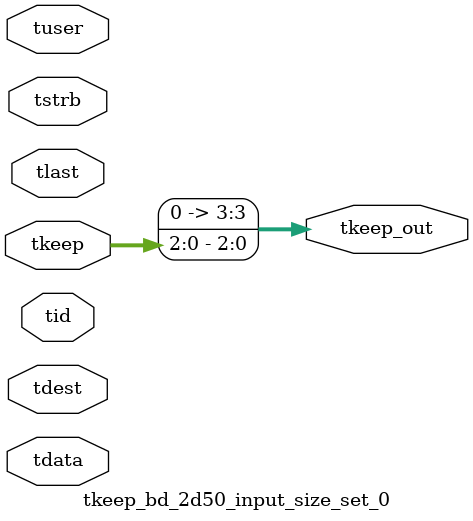
<source format=v>


`timescale 1ps/1ps

module tkeep_bd_2d50_input_size_set_0 #
(
parameter C_S_AXIS_TDATA_WIDTH = 32,
parameter C_S_AXIS_TUSER_WIDTH = 0,
parameter C_S_AXIS_TID_WIDTH   = 0,
parameter C_S_AXIS_TDEST_WIDTH = 0,
parameter C_M_AXIS_TDATA_WIDTH = 32
)
(
input  [(C_S_AXIS_TDATA_WIDTH == 0 ? 1 : C_S_AXIS_TDATA_WIDTH)-1:0     ] tdata,
input  [(C_S_AXIS_TUSER_WIDTH == 0 ? 1 : C_S_AXIS_TUSER_WIDTH)-1:0     ] tuser,
input  [(C_S_AXIS_TID_WIDTH   == 0 ? 1 : C_S_AXIS_TID_WIDTH)-1:0       ] tid,
input  [(C_S_AXIS_TDEST_WIDTH == 0 ? 1 : C_S_AXIS_TDEST_WIDTH)-1:0     ] tdest,
input  [(C_S_AXIS_TDATA_WIDTH/8)-1:0 ] tkeep,
input  [(C_S_AXIS_TDATA_WIDTH/8)-1:0 ] tstrb,
input                                                                    tlast,
output [(C_M_AXIS_TDATA_WIDTH/8)-1:0 ] tkeep_out
);

assign tkeep_out = {tkeep[2:0]};

endmodule


</source>
